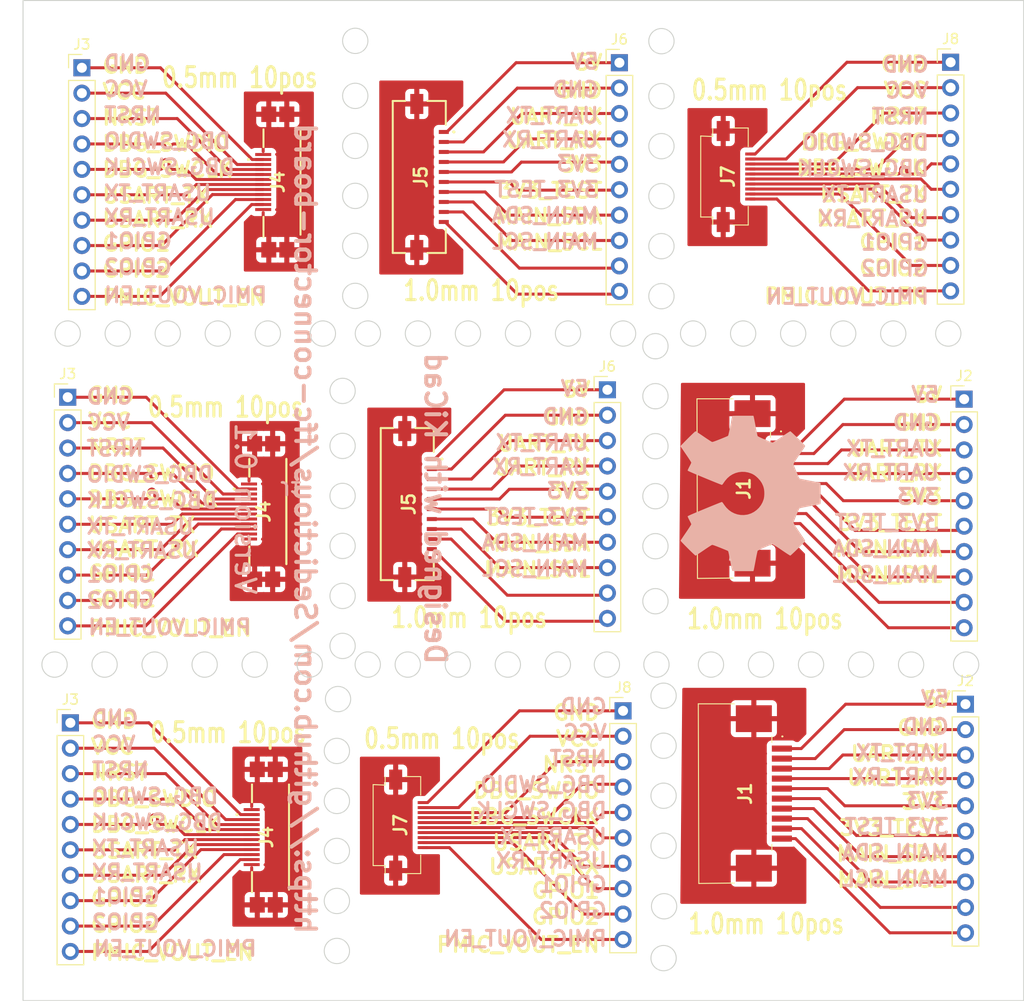
<source format=kicad_pcb>
(kicad_pcb (version 20211014) (generator pcbnew)
  (layers (0 "F.Cu" signal) (31 "B.Cu" signal) (34 "B.Paste" user) (35 "F.Paste" user) (36 "B.SilkS" user "B.Silkscreen") (37 "F.SilkS" user "F.Silkscreen") (38 "B.Mask" user) (39 "F.Mask" user) (44 "Edge.Cuts" user))
  (net 0 "")
  (net 1 "Net-(J1-Pad1)")
  (net 2 "Net-(J1-Pad2)")
  (net 3 "Net-(J1-Pad3)")
  (net 4 "Net-(J1-Pad4)")
  (net 5 "Net-(J1-Pad5)")
  (net 6 "Net-(J1-Pad6)")
  (net 7 "Net-(J1-Pad7)")
  (net 8 "Net-(J1-Pad8)")
  (net 9 "Net-(J1-Pad9)")
  (net 10 "Net-(J1-Pad10)")
  (net 11 "GND")
  (net 12 "Net-(J3-Pad1)")
  (net 13 "Net-(J3-Pad2)")
  (net 14 "Net-(J3-Pad3)")
  (net 15 "Net-(J3-Pad4)")
  (net 16 "Net-(J3-Pad5)")
  (net 17 "Net-(J3-Pad6)")
  (net 18 "Net-(J3-Pad7)")
  (net 19 "Net-(J3-Pad8)")
  (net 20 "Net-(J3-Pad9)")
  (net 21 "Net-(J3-Pad10)")
  (net 22 "Net-(J5-Pad1)")
  (net 23 "Net-(J5-Pad2)")
  (net 24 "Net-(J5-Pad3)")
  (net 25 "Net-(J5-Pad4)")
  (net 26 "Net-(J5-Pad5)")
  (net 27 "Net-(J5-Pad6)")
  (net 28 "Net-(J5-Pad7)")
  (net 29 "Net-(J5-Pad8)")
  (net 30 "Net-(J5-Pad9)")
  (net 31 "Net-(J5-Pad10)")
  (net 32 "Net-(J7-Pad1)")
  (net 33 "Net-(J7-Pad2)")
  (net 34 "Net-(J7-Pad3)")
  (net 35 "Net-(J7-Pad4)")
  (net 36 "Net-(J7-Pad5)")
  (net 37 "Net-(J7-Pad6)")
  (net 38 "Net-(J7-Pad7)")
  (net 39 "Net-(J7-Pad8)")
  (net 40 "Net-(J7-Pad9)")
  (net 41 "Net-(J7-Pad10)")
  (footprint "Library:2004850710" (layer "F.Cu") (at 97.68 57.35 90)
    (fp_text reference "J4")
    (fp_text value "200485-0710" hide)
  )
  (footprint "Connector_PinHeader_2.54mm:PinHeader_1x10_P2.54mm_Vertical" (layer "F.Cu") (at 77.68 45.925)
    (fp_text reference "J3")
    (fp_text value "Conn_01x10_Male")
  )
  (footprint "Connector_PinHeader_2.54mm:PinHeader_1x10_P2.54mm_Vertical" (layer "F.Cu") (at 165.984897 109.56)
    (fp_text reference "J2")
    (fp_text value "Conn_01x10_Male")
  )
  (footprint "Connector_PinHeader_2.54mm:PinHeader_1x10_P2.54mm_Vertical" (layer "F.Cu") (at 76.265089 78.87)
    (fp_text reference "J3")
    (fp_text value "Conn_01x10_Male")
  )
  (footprint "Connector_PinHeader_2.54mm:PinHeader_1x10_P2.54mm_Vertical" (layer "F.Cu") (at 76.53 111.425)
    (fp_text reference "J3")
    (fp_text value "Conn_01x10_Male")
  )
  (footprint "Connector_PinHeader_2.54mm:PinHeader_1x10_P2.54mm_Vertical" (layer "F.Cu") (at 164.5 45.375)
    (fp_text reference "J8")
    (fp_text value "Conn_01x10_Male")
  )
  (footprint "Library:2004850710" (layer "F.Cu") (at 96.265089 90.295 90)
    (fp_text reference "J4")
    (fp_text value "200485-0710" hide)
  )
  (footprint "Library:5051101092" (layer "F.Cu") (at 142 56.8 -90)
    (fp_text reference "J7")
    (fp_text value "505110-1092" hide)
  )
  (footprint "Connector_PinHeader_2.54mm:PinHeader_1x10_P2.54mm_Vertical" (layer "F.Cu") (at 130.2 78.125)
    (fp_text reference "J6")
    (fp_text value "Conn_01x10_Male")
  )
  (footprint "Library:1849530" (layer "F.Cu") (at 143.35 87.985 -90)
    (fp_text reference "J1")
    (fp_text value "1-84953-0" hide)
  )
  (footprint "Connector_PinHeader_2.54mm:PinHeader_1x10_P2.54mm_Vertical" (layer "F.Cu") (at 165.85 79.06)
    (fp_text reference "J2")
    (fp_text value "Conn_01x10_Male")
  )
  (footprint "Library:2005280100" (layer "F.Cu") (at 110.2 89.55 -90)
    (fp_text reference "J5")
    (fp_text value "200528-0100" hide)
  )
  (footprint "Library:5051101092" (layer "F.Cu") (at 109.264911 121.65 -90)
    (fp_text reference "J7")
    (fp_text value "505110-1092" hide)
  )
  (footprint "Library:2005280100" (layer "F.Cu") (at 111.4 56.845 -90)
    (fp_text reference "J5")
    (fp_text value "200528-0100" hide)
  )
  (footprint "Library:2004850710" (layer "F.Cu") (at 96.53 122.85 90)
    (fp_text reference "J4")
    (fp_text value "200485-0710" hide)
  )
  (footprint "Library:1849530" (layer "F.Cu") (at 143.484897 118.485 -90)
    (fp_text reference "J1")
    (fp_text value "1-84953-0" hide)
  )
  (footprint "Connector_PinHeader_2.54mm:PinHeader_1x10_P2.54mm_Vertical" (layer "F.Cu") (at 131.4 45.42)
    (fp_text reference "J6")
    (fp_text value "Conn_01x10_Male")
  )
  (footprint "Connector_PinHeader_2.54mm:PinHeader_1x10_P2.54mm_Vertical" (layer "F.Cu") (at 131.764911 110.225)
    (fp_text reference "J8")
    (fp_text value "Conn_01x10_Male")
  )
  (footprint "FOSS:OSHW" (layer "B.Cu") (at 141 88.5 90)
    (fp_text reference "G***" hide)
    (fp_text value "LOGO" hide)
  )
  (gr_circle (center 153.764911 72.5) (end 153.364911 73.7) (layer "Edge.Cuts") (width 0.1) (fill none))
  (gr_circle (center 105 43.235089) (end 106.2 43.635089) (layer "Edge.Cuts") (width 0.1) (fill none))
  (gr_circle (center 135.6 58.764911) (end 136.8 59.164911) (layer "Edge.Cuts") (width 0.1) (fill none))
  (gr_circle (center 100.45 105.6) (end 100.05 106.8) (layer "Edge.Cuts") (width 0.1) (fill none))
  (gr_circle (center 135.814911 113.714911) (end 134.614911 113.314911) (layer "Edge.Cuts") (width 0.1) (fill none))
  (gr_circle (center 84.95 105.6) (end 84.55 106.8) (layer "Edge.Cuts") (width 0.1) (fill none))
  (gr_circle (center 105 53.735089) (end 106.2 54.135089) (layer "Edge.Cuts") (width 0.1) (fill none))
  (gr_circle (center 164.264911 72.5) (end 163.864911 73.7) (layer "Edge.Cuts") (width 0.1) (fill none))
  (gr_circle (center 81.264911 72.5) (end 80.864911 73.7) (layer "Edge.Cuts") (width 0.1) (fill none))
  (gr_circle (center 135.814911 108.714911) (end 134.614911 108.314911) (layer "Edge.Cuts") (width 0.1) (fill none))
  (gr_circle (center 103.735089 78.235089) (end 104.935089 78.635089) (layer "Edge.Cuts") (width 0.1) (fill none))
  (gr_circle (center 135.6 63.764911) (end 136.8 64.164911) (layer "Edge.Cuts") (width 0.1) (fill none))
  (gr_circle (center 115.25 105.6) (end 114.85 106.8) (layer "Edge.Cuts") (width 0.1) (fill none))
  (gr_rect (start 71.8 39.2) (end 171.8 139.2) (layer "Edge.Cuts") (width 0.1) (fill none))
  (gr_circle (center 74.95 105.6) (end 74.55 106.8) (layer "Edge.Cuts") (width 0.1) (fill none))
  (gr_circle (center 158.764911 72.5) (end 158.364911 73.7) (layer "Edge.Cuts") (width 0.1) (fill none))
  (gr_circle (center 103.735089 93.735089) (end 104.935089 94.135089) (layer "Edge.Cuts") (width 0.1) (fill none))
  (gr_circle (center 106.264911 72.5) (end 105.864911 73.7) (layer "Edge.Cuts") (width 0.1) (fill none))
  (gr_circle (center 96.264911 72.5) (end 95.864911 73.7) (layer "Edge.Cuts") (width 0.1) (fill none))
  (gr_circle (center 135.1 105.6) (end 134.7 106.8) (layer "Edge.Cuts") (width 0.1) (fill none))
  (gr_circle (center 103.735089 83.735089) (end 104.935089 84.135089) (layer "Edge.Cuts") (width 0.1) (fill none))
  (gr_circle (center 135 88.764911) (end 133.8 88.364911) (layer "Edge.Cuts") (width 0.1) (fill none))
  (gr_circle (center 143.764911 72.5) (end 143.364911 73.7) (layer "Edge.Cuts") (width 0.1) (fill none))
  (gr_circle (center 103.279822 109.05) (end 104.479822 109.45) (layer "Edge.Cuts") (width 0.1) (fill none))
  (gr_circle (center 106.25 105.6) (end 105.85 106.8) (layer "Edge.Cuts") (width 0.1) (fill none))
  (gr_circle (center 110.25 105.6) (end 109.85 106.8) (layer "Edge.Cuts") (width 0.1) (fill none))
  (gr_circle (center 105 58.735089) (end 106.2 59.135089) (layer "Edge.Cuts") (width 0.1) (fill none))
  (gr_circle (center 111.264911 72.5) (end 110.864911 73.7) (layer "Edge.Cuts") (width 0.1) (fill none))
  (gr_circle (center 166.05 105.6) (end 165.65 106.8) (layer "Edge.Cuts") (width 0.1) (fill none))
  (gr_circle (center 79.95 105.6) (end 79.55 106.8) (layer "Edge.Cuts") (width 0.1) (fill none))
  (gr_circle (center 135 78.764911) (end 133.8 78.364911) (layer "Edge.Cuts") (width 0.1) (fill none))
  (gr_circle (center 138.764911 72.5) (end 138.364911 73.7) (layer "Edge.Cuts") (width 0.1) (fill none))
  (gr_circle (center 135.864911 129.764911) (end 134.664911 129.364911) (layer "Edge.Cuts") (width 0.1) (fill none))
  (gr_circle (center 135 99.264911) (end 133.8 98.864911) (layer "Edge.Cuts") (width 0.1) (fill none))
  (gr_circle (center 135.6 43.264911) (end 136.8 43.664911) (layer "Edge.Cuts") (width 0.1) (fill none))
  (gr_circle (center 135.6 68.764911) (end 136.8 69.164911) (layer "Edge.Cuts") (width 0.1) (fill none))
  (gr_circle (center 94.95 105.6) (end 94.55 106.8) (layer "Edge.Cuts") (width 0.1) (fill none))
  (gr_circle (center 135.6 53.764911) (end 136.8 54.164911) (layer "Edge.Cuts") (width 0.1) (fill none))
  (gr_circle (center 103.164911 114.235089) (end 104.364911 114.635089) (layer "Edge.Cuts") (width 0.1) (fill none))
  (gr_circle (center 121.264911 72.5) (end 120.864911 73.7) (layer "Edge.Cuts") (width 0.1) (fill none))
  (gr_circle (center 91.264911 72.5) (end 90.864911 73.7) (layer "Edge.Cuts") (width 0.1) (fill none))
  (gr_circle (center 86.264911 72.5) (end 85.864911 73.7) (layer "Edge.Cuts") (width 0.1) (fill none))
  (gr_circle (center 105 48.735089) (end 106.2 49.135089) (layer "Edge.Cuts") (width 0.1) (fill none))
  (gr_circle (center 148.764911 72.5) (end 148.364911 73.7) (layer "Edge.Cuts") (width 0.1) (fill none))
  (gr_circle (center 150.55 105.6) (end 150.15 106.8) (layer "Edge.Cuts") (width 0.1) (fill none))
  (gr_circle (center 135.814911 118.714911) (end 134.614911 118.314911) (layer "Edge.Cuts") (width 0.1) (fill none))
  (gr_circle (center 105 68.735089) (end 106.2 69.135089) (layer "Edge.Cuts") (width 0.1) (fill none))
  (gr_circle (center 103.164911 134.235089) (end 104.364911 134.635089) (layer "Edge.Cuts") (width 0.1) (fill none))
  (gr_circle (center 105 63.735089) (end 106.2 64.135089) (layer "Edge.Cuts") (width 0.1) (fill none))
  (gr_circle (center 103.735089 88.735089) (end 104.935089 89.135089) (layer "Edge.Cuts") (width 0.1) (fill none))
  (gr_circle (center 116.264911 72.5) (end 115.864911 73.7) (layer "Edge.Cuts") (width 0.1) (fill none))
  (gr_circle (center 89.95 105.6) (end 89.55 106.8) (layer "Edge.Cuts") (width 0.1) (fill none))
  (gr_circle (center 120.25 105.6) (end 119.85 106.8) (layer "Edge.Cuts") (width 0.1) (fill none))
  (gr_circle (center 126.264911 72.5) (end 125.864911 73.7) (layer "Edge.Cuts") (width 0.1) (fill none))
  (gr_circle (center 103.735089 98.735089) (end 104.935089 99.135089) (layer "Edge.Cuts") (width 0.1) (fill none))
  (gr_circle (center 135.6 48.764911) (end 136.8 49.164911) (layer "Edge.Cuts") (width 0.1) (fill none))
  (gr_circle (center 135 93.764911) (end 133.8 93.364911) (layer "Edge.Cuts") (width 0.1) (fill none))
  (gr_circle (center 135 83.764911) (end 133.8 83.364911) (layer "Edge.Cuts") (width 0.1) (fill none))
  (gr_circle (center 140.55 105.6) (end 140.15 106.8) (layer "Edge.Cuts") (width 0.1) (fill none))
  (gr_circle (center 103.164911 124.235089) (end 104.364911 124.635089) (layer "Edge.Cuts") (width 0.1) (fill none))
  (gr_circle (center 131.764911 72.5) (end 131.364911 73.7) (layer "Edge.Cuts") (width 0.1) (fill none))
  (gr_circle (center 155.55 105.6) (end 155.15 106.8) (layer "Edge.Cuts") (width 0.1) (fill none))
  (gr_circle (center 76.264911 72.5) (end 75.864911 73.7) (layer "Edge.Cuts") (width 0.1) (fill none))
  (gr_circle (center 160.55 105.6) (end 160.15 106.8) (layer "Edge.Cuts") (width 0.1) (fill none))
  (gr_circle (center 103.735089 103.735089) (end 104.935089 104.135089) (layer "Edge.Cuts") (width 0.1) (fill none))
  (gr_circle (center 101.764911 72.5) (end 101.364911 73.7) (layer "Edge.Cuts") (width 0.1) (fill none))
  (gr_circle (center 145.55 105.6) (end 145.15 106.8) (layer "Edge.Cuts") (width 0.1) (fill none))
  (gr_circle (center 103.164911 129.235089) (end 104.364911 129.635089) (layer "Edge.Cuts") (width 0.1) (fill none))
  (gr_circle (center 135.814911 134.95) (end 135.414911 136.15) (layer "Edge.Cuts") (width 0.1) (fill none))
  (gr_circle (center 135 73.764911) (end 133.8 73.364911) (layer "Edge.Cuts") (width 0.1) (fill none))
  (gr_circle (center 135.814911 123.714911) (end 134.614911 123.314911) (layer "Edge.Cuts") (width 0.1) (fill none))
  (gr_circle (center 130.15 105.6) (end 129.75 106.8) (layer "Edge.Cuts") (width 0.1) (fill none))
  (gr_circle (center 125.25 105.6) (end 124.85 106.8) (layer "Edge.Cuts") (width 0.1) (fill none))
  (gr_circle (center 103.164911 119.235089) (end 104.364911 119.635089) (layer "Edge.Cuts") (width 0.1) (fill none))
  (gr_text "Designed with KiCad" (at 113 90 270) (layer "B.SilkS") (effects (font (size 2 2) (thickness 0.4)) (justify mirror)))
  (gr_text "GND" (at 162 111.8) (layer "B.SilkS") (effects (font (size 1.5 1.5) (thickness 0.3)) (justify mirror)))
  (gr_text "5V" (at 161.964286 78.6) (layer "B.SilkS") (effects (font (size 1.5 1.5) (thickness 0.3)) (justify mirror)))
  (gr_text "VCC" (at 80.864197 113.55) (layer "B.SilkS") (effects (font (size 1.5 1.5) (thickness 0.3)) (justify mirror)))
  (gr_text "3V3_TEST" (at 123.107143 90.8) (layer "B.SilkS") (effects (font (size 1.5 1.5) (thickness 0.3)) (justify mirror)))
  (gr_text "USART_RX\n" (at 156.792857 61) (layer "B.SilkS") (effects (font (size 1.5 1.5) (thickness 0.3)) (justify mirror)))
  (gr_text "https://github.com/Sedictious/ffc-connector-board" (at 100 92 270) (layer "B.SilkS") (effects (font (size 2 2) (thickness 0.4)) (justify mirror)))
  (gr_text "3V3" (at 126.214286 88.2) (layer "B.SilkS") (effects (font (size 1.5 1.5) (thickness 0.3)) (justify mirror)))
  (gr_text "DBG_SWDIO\n" (at 84.464286 86.6) (layer "B.SilkS") (effects (font (size 1.5 1.5) (thickness 0.3)) (justify mirror)))
  (gr_text "5V" (at 127.928572 45.295) (layer "B.SilkS") (effects (font (size 1.5 1.5) (thickness 0.3)) (justify mirror)))
  (gr_text "MAIN_SCL" (at 159 127) (layer "B.SilkS") (effects (font (size 1.5 1.5) (thickness 0.3)) (justify mirror)))
  (gr_text "GPIO2" (at 158.935714 66) (layer "B.SilkS") (effects (font (size 1.5 1.5) (thickness 0.3)) (justify mirror)))
  (gr_text "GPIO1" (at 82.078483 128.75) (layer "B.SilkS") (effects (font (size 1.5 1.5) (thickness 0.3)) (justify mirror)))
  (gr_text "DBG_SWCLK" (at 85.22134 121.35) (layer "B.SilkS") (effects (font (size 1.5 1.5) (thickness 0.3)) (justify mirror)))
  (gr_text "GND" (at 127.821429 109.8) (layer "B.SilkS") (effects (font (size 1.5 1.5) (thickness 0.3)) (justify mirror)))
  (gr_text "J1" (at 98.586428 87.955 -180) (layer "B.SilkS") (effects (font (size 1.27 1.27) (thickness 0.254)) (justify mirror)))
  (gr_text "PMIC_VOUT_EN" (at 122 133) (layer "B.SilkS") (effects (font (size 1.5 1.5) (thickness 0.3)) (justify mirror)))
  (gr_text "MAIN_SDA" (at 158 94) (layer "B.SilkS") (effects (font (size 1.5 1.5) (thickness 0.3)) (justify mirror)))
  (gr_text "3V3_TEST" (at 124.107143 58.095) (layer "B.SilkS") (effects (font (size 1.5 1.5) (thickness 0.3)) (justify mirror)))
  (gr_text "MAIN_SCL" (at 124 63.295) (layer "B.SilkS") (effects (font (size 1.5 1.5) (thickness 0.3)) (justify mirror)))
  (gr_text "VCC" (at 160.15 48.2) (layer "B.SilkS") (effects (font (size 1.5 1.5) (thickness 0.3)) (justify mirror)))
  (gr_text "UART_RX\n" (at 158.535714 86.4) (layer "B.SilkS") (effects (font (size 1.5 1.5) (thickness 0.3)) (justify mirror)))
  (gr_text "VCC" (at 127.964286 112.4) (layer "B.SilkS") (effects (font (size 1.5 1.5) (thickness 0.3)) (justify mirror)))
  (gr_text "5V" (at 162.928572 109) (layer "B.SilkS") (effects (font (size 1.5 1.5) (thickness 0.3)) (justify mirror)))
  (gr_text "GPIO2" (at 83.293571 65.85) (layer "B.SilkS") (effects (font (size 1.5 1.5) (thickness 0.3)) (justify mirror)))
  (gr_text "5V" (at 126.928572 78) (layer "B.SilkS") (effects (font (size 1.5 1.5) (thickness 0.3)) (justify mirror)))
  (gr_text "UART_TX\n" (at 123.678572 83.4) (layer "B.SilkS") (effects (font (size 1.5 1.5) (thickness 0.3)) (justify mirror)))
  (gr_text "GPIO1" (at 126.75 127.6) (layer "B.SilkS") (effects (font (size 1.5 1.5) (thickness 0.3)) (justify mirror)))
  (gr_text "GPIO2" (at 126.75 130.2) (layer "B.SilkS") (effects (font (size 1.5 1.5) (thickness 0.3)) (justify mirror)))
  (gr_text "USART_RX\n" (at 84.22134 126.35) (layer "B.SilkS") (effects (font (size 1.5 1.5) (thickness 0.3)) (justify mirror)))
  (gr_text "UART_RX\n" (at 159.5 116.8) (layer "B.SilkS") (effects (font (size 1.5 1.5) (thickness 0.3)) (justify mirror)))
  (gr_text "UART_TX\n" (at 158.714286 84) (layer "B.SilkS") (effects (font (size 1.5 1.5) (thickness 0.3)) (justify mirror)))
  (gr_text "NRST\n" (at 82.757857 50.65) (layer "B.SilkS") (effects (font (size 1.5 1.5) (thickness 0.3)) (justify mirror)))
  (gr_text "USART_TX\n" (at 85.257857 58.45) (layer "B.SilkS") (effects (font (size 1.5 1.5) (thickness 0.3)) (justify mirror)))
  (gr_text "NRST\n" (at 127.285715 115) (layer "B.SilkS") (effects (font (size 1.5 1.5) (thickness 0.3)) (justify mirror)))
  (gr_text "UART_TX\n" (at 159.678572 114.4) (layer "B.SilkS") (effects (font (size 1.5 1.5) (thickness 0.3)) (justify mirror)))
  (gr_text "DBG_SWCLK" (at 86.436428 55.85) (layer "B.SilkS") (effects (font (size 1.5 1.5) (thickness 0.3)) (justify mirror)))
  (gr_text "MAIN_SDA" (at 123.964286 60.695) (layer "B.SilkS") (effects (font (size 1.5 1.5) (thickness 0.3)) (justify mirror)))
  (gr_text "GPIO1" (at 83.293571 63.25) (layer "B.SilkS") (effects (font (size 1.5 1.5) (thickness 0.3)) (justify mirror)))
  (gr_text "USART_RX\n" (at 83.678572 94.2) (layer "B.SilkS") (effects (font (size 1.5 1.5) (thickness 0.3)) (justify mirror)))
  (gr_text "3V3" (at 161.25 88.8) (layer "B.SilkS") (effects (font (size 1.5 1.5) (thickness 0.3)) (justify mirror)))
  (gr_text "GPIO1" (at 81.535715 96.6) (layer "B.SilkS") (effects (font (size 1.5 1.5) (thickness 0.3)) (justify mirror)))
  (gr_text "USART_RX\n" (at 85.436428 60.85) (layer "B.SilkS") (effects (font (size 1.5 1.5) (thickness 0.3)) (justify mirror)))
  (gr_text "DBG_SWDIO\n" (at 123.821429 117.6) (layer "B.SilkS") (effects (font (size 1.5 1.5) (thickness 0.3)) (justify mirror)))
  (gr_text "NRST\n" (at 81.542768 116.15) (layer "B.SilkS") (effects (font (size 1.5 1.5) (thickness 0.3)) (justify mirror)))
  (gr_text "DBG_SWCLK" (at 123.607143 120.2) (layer "B.SilkS") (effects (font (size 1.5 1.5) (thickness 0.3)) (justify mirror)))
  (gr_text "UART_TX\n" (at 124.678572 50.695) (layer "B.SilkS") (effects (font (size 1.5 1.5) (thickness 0.3)) (justify mirror)))
  (gr_text "MAIN_SCL" (at 158.035714 96.6) (layer "B.SilkS") (effects (font (size 1.5 1.5) (thickness 0.3)) (justify mirror)))
  (gr_text "DBG_SWDIO\n" (at 86.222143 53.25) (layer "B.SilkS") (effects (font (size 1.5 1.5) (thickness 0.3)) (justify mirror)))
  (gr_text "USART_RX\n" (at 124.607143 125.2) (layer "B.SilkS") (effects (font (size 1.5 1.5) (thickness 0.3)) (justify mirror)))
  (gr_text "GPIO1" (at 158.935714 63.4) (layer "B.SilkS") (effects (font (size 1.5 1.5) (thickness 0.3)) (justify mirror)))
  (gr_text "VCC" (at 82.079285 48.05) (layer "B.SilkS") (effects (font (size 1.5 1.5) (thickness 0.3)) (justify mirror)))
  (gr_text "UART_RX\n" (at 124.5 53.095) (layer "B.SilkS") (effects (font (size 1.5 1.5) (thickness 0.3)) (justify mirror)))
  (gr_text "GND" (at 161.035714 81.4) (layer "B.SilkS") (effects (font (size 1.5 1.5) (thickness 0.3)) (justify mirror)))
  (gr_text "Version 0.1" (at 94 90 270) (layer "B.SilkS") (effects (font (size 2 2) (thickness 0.3)) (justify mirror)))
  (gr_text "DBG_SWDIO\n" (at 156.007143 53.4) (layer "B.SilkS") (effects (font (size 1.5 1.5) (thickness 0.3)) (justify mirror)))
  (gr_text "DBG_SWCLK" (at 155.792857 56) (layer "B.SilkS") (effects (font (size 1.5 1.5) (thickness 0.3)) (justify mirror)))
  (gr_text "PMIC_VOUT_EN" (at 154.185714 68.8) (layer "B.SilkS") (effects (font (size 1.5 1.5) (thickness 0.3)) (justify mirror)))
  (gr_text "USART_TX\n" (at 156.971429 58.6) (layer "B.SilkS") (effects (font (size 1.5 1.5) (thickness 0.3)) (justify mirror)))
  (gr_text "3V3_TEST" (at 158.142857 91.4) (layer "B.SilkS") (effects (font (size 1.5 1.5) (thickness 0.3)) (justify mirror)))
  (gr_text "DBG_SWCLK" (at 84.678572 89.2) (layer "B.SilkS") (effects (font (size 1.5 1.5) (thickness 0.3)) (justify mirror)))
  (gr_text "GND" (at 80.464286 78.8) (layer "B.SilkS") (effects (font (size 1.5 1.5) (thickness 0.3)) (justify mirror)))
  (gr_text "PMIC_VOUT_EN" (at 88.043571 68.65) (layer "B.SilkS") (effects (font (size 1.5 1.5) (thickness 0.3)) (justify mirror)))
  (gr_text "UART_RX\n" (at 123.5 85.8) (layer "B.SilkS") (effects (font (size 1.5 1.5) (thickness 0.3)) (justify mirror)))
  (gr_text "3V3_TEST" (at 159.107143 121.8) (layer "B.SilkS") (effects (font (size 1.5 1.5) (thickness 0.3)) (justify mirror)))
  (gr_text "NRST\n" (at 159.471429 50.8) (layer "B.SilkS") (effects (font (size 1.5 1.5) (thickness 0.3)) (justify mirror)))
  (gr_text "GND" (at 82.222143 45.45) (layer "B.SilkS") (effects (font (size 1.5 1.5) (thickness 0.3)) (justify mirror)))
  (gr_text "GND" (at 81.007054 110.95) (layer "B.SilkS") (effects (font (size 1.5 1.5) (thickness 0.3)) (justify mirror)))
  (gr_text "GPIO2" (at 82.078483 131.35) (layer "B.SilkS") (effects (font (size 1.5 1.5) (thickness 0.3)) (justify mirror)))
  (gr_text "GPIO2" (at 81.535715 99.2) (layer "B.SilkS") (effects (font (size 1.5 1.5) (thickness 0.3)) (justify mirror)))
  (gr_text "GND" (at 127 48.095) (layer "B.SilkS") (effects (font (size 1.5 1.5) (thickness 0.3)) (justify mirror)))
  (gr_text "PMIC_VOUT_EN" (at 86.457232 101.85) (layer "B.SilkS") (effects (font (size 1.5 1.5) (thickness 0.3)) (justify mirror)))
  (gr_text "PMIC_VOUT_EN" (at 87 134) (layer "B.SilkS") (effects (font (size 1.5 1.5) (thickness 0.3)) (justify mirror)))
  (gr_text "3V3" (at 127.214286 55.495) (layer "B.SilkS") (effects (font (size 1.5 1.5) (thickness 0.3)) (justify mirror)))
  (gr_text "MAIN_SDA" (at 158.964286 124.4) (layer "B.SilkS") (effects (font (size 1.5 1.5) (thickness 0.3)) (justify mirror)))
  (gr_text "MAIN_SDA" (at 122.964286 93.4) (layer "B.SilkS") (effects (font (size 1.5 1.5) (thickness 0.3)) (justify mirror)))
  (gr_text "VCC" (at 80.321429 81.4) (layer "B.SilkS") (effects (font (size 1.5 1.5) (thickness 0.3)) (justify mirror)))
  (gr_text "NRST\n" (at 81 84) (layer "B.SilkS") (effects (font (size 1.5 1.5) (thickness 0.3)) (justify mirror)))
  (gr_text "DBG_SWDIO\n" (at 85.007054 118.75) (layer "B.SilkS") (effects (font (size 1.5 1.5) (thickness 0.3)) (justify mirror)))
  (gr_text "3V3" (at 162.214286 119.2) (layer "B.SilkS") (effects (font (size 1.5 1.5) (thickness 0.3)) (justify mirror)))
  (gr_text "GND" (at 126 80.8) (layer "B.SilkS") (effects (font (size 1.5 1.5) (thickness 0.3)) (justify mirror)))
  (gr_text "USART_TX\n" (at 83.5 91.8) (layer "B.SilkS") (effects (font (size 1.5 1.5) (thickness 0.3)) (justify mirror)))
  (gr_text "MAIN_SCL" (at 123 96) (layer "B.SilkS") (effects (font (size 1.5 1.5) (thickness 0.3)) (justify mirror)))
  (gr_text "USART_TX\n" (at 124.785715 122.8) (layer "B.SilkS") (effects (font (size 1.5 1.5) (thickness 0.3)) (justify mirror)))
  (gr_text "GND" (at 160.007143 45.6) (layer "B.SilkS") (effects (font (size 1.5 1.5) (thickness 0.3)) (justify mirror)))
  (gr_text "USART_TX\n" (at 84.042768 123.95) (layer "B.SilkS") (effects (font (size 1.5 1.5) (thickness 0.3)) (justify mirror)))
  (gr_text "USART_RX\n" (at 85.265 61.105) (layer "F.SilkS") (effects (font (size 1.5 1.5) (thickness 0.3))))
  (gr_text "DBG_SWDIO\n" (at 84.635803 86.45) (layer "F.SilkS") (effects (font (size 1.5 1.5) (thickness 0.3))))
  (gr_text "GND" (at 126.185714 80.905) (layer "F.SilkS") (effects (font (size 1.5 1.5) (thickness 0.3))))
  (gr_text "USART_RX\n" (at 84.115 126.605) (layer "F.SilkS") (effects (font (size 1.5 1.5) (thickness 0.3))))
  (gr_text "1.0mm 10pos" (at 145.95 101.025) (layer "F.SilkS") (effects (font (size 2 1.5) (thickness 0.3))))
  (gr_text "NRST\n" (at 81.436428 116.405) (layer "F.SilkS") (effects (font (size 1.5 1.5) (thickness 0.3))))
  (gr_text "GPIO1" (at 81.972143 129.005) (layer "F.SilkS") (effects (font (size 1.5 1.5) (thickness 0.3))))
  (gr_text "DBG_SWDIO\n" (at 84.900714 119.005) (layer "F.SilkS") (effects (font (size 1.5 1.5) (thickness 0.3))))
  (gr_text "GND" (at 80.900714 111.205) (layer "F.SilkS") (effects (font (size 1.5 1.5) (thickness 0.3))))
  (gr_text "VCC" (at 127.243483 113.005) (layer "F.SilkS") (effects (font (size 1.5 1.5) (thickness 0.3))))
  (gr_text "1.0mm 10pos" (at 146.084897 131.525) (layer "F.SilkS") (effects (font (size 2 1.5) (thickness 0.3))))
  (gr_text "1.0mm 10pos" (at 117.6 68.2) (layer "F.SilkS") (effects (font (size 2 1.5) (thickness 0.3))))
  (gr_text "VCC" (at 159.978572 48.155) (layer "F.SilkS") (effects (font (size 1.5 1.5) (thickness 0.3))))
  (gr_text "3V3" (at 127.6 55.6) (layer "F.SilkS") (effects (font (size 1.5 1.5) (thickness 0.3))))
  (gr_text "1.0mm 10pos" (at 116.4 100.905) (layer "F.SilkS") (effects (font (size 2 1.5) (thickness 0.3))))
  (gr_text "DBG_SWCLK" (at 85.115 121.605) (layer "F.SilkS") (effects (font (size 1.5 1.5) (thickness 0.3))))
  (gr_text "DBG_SWCLK" (at 84.850089 89.05) (layer "F.SilkS") (effects (font (size 1.5 1.5) (thickness 0.3))))
  (gr_text "MAIN_SDA" (at 158.314286 94.025) (layer "F.SilkS") (effects (font (size 1.5 1.5) (thickness 0.3))))
  (gr_text "GND" (at 161.35 81.425) (layer "F.SilkS") (effects (font (size 1.5 1.5) (thickness 0.3))))
  (gr_text "5V" (at 162.278572 78.625) (layer "F.SilkS") (effects (font (size 1.5 1.5) (thickness 0.3))))
  (gr_text "GND" (at 159.835714 45.555) (layer "F.SilkS") (effects (font (size 1.5 1.5) (thickness 0.3))))
  (gr_text "0.5mm 10pos" (at 92.050089 79.85) (layer "F.SilkS") (effects (font (size 2 1.5) (thickness 0.3))))
  (gr_text "GND" (at 161.484897 111.925) (layer "F.SilkS") (effects (font (size 1.5 1.5) (thickness 0.3))))
  (gr_text "3V3_TEST" (at 158.59204 121.925) (layer "F.SilkS") (effects (font (size 1.5 1.5) (thickness 0.3))))
  (gr_text "VCC" (at 80.757857 113.805) (layer "F.SilkS") (effects (font (size 1.5 1.5) (thickness 0.3))))
  (gr_text "MAIN_SCL" (at 124.385714 63.4) (layer "F.SilkS") (effects (font (size 1.5 1.5) (thickness 0.3))))
  (gr_text "USART_TX\n" (at 124.064911 123.405) (layer "F.SilkS") (effects (font (size 1.5 1.5) (thickness 0.3))))
  (gr_text "MAIN_SCL" (at 158.35 96.625) (layer "F.SilkS") (effects (font (size 1.5 1.5) (thickness 0.3))))
  (gr_text "NRST\n" (at 81.171517 83.85) (layer "F.SilkS") (effects (font (size 1.5 1.5) (thickness 0.3))))
  (gr_text "UART_TX\n" (at 123.864286 83.505) (layer "F.SilkS") (effects (font (size 1.5 1.5) (thickness 0.3))))
  (gr_text "3V3" (at 126.4 88.305) (layer "F.SilkS") (effects (font (size 1.5 1.5) (thickness 0.3))))
  (gr_text "GPIO2" (at 83.122143 66.105) (layer "F.SilkS") (effects (font (size 1.5 1.5) (thickness 0.3))))
  (gr_text "USART_RX\n" (at 156.621429 60.955) (layer "F.SilkS") (effects (font (size 1.5 1.5) (thickness 0.3))))
  (gr_text "GPIO2" (at 81.972143 131.605) (layer "F.SilkS") (effects (font (size 1.5 1.5) (thickness 0.3))))
  (gr_text "GPIO1" (at 81.707232 96.45) (layer "F.SilkS") (effects (font (size 1.5 1.5) (thickness 0.3))))
  (gr_text "PMIC_VOUT_EN" (at 87.872143 68.905) (layer "F.SilkS") (effects (font (size 1.5 1.5) (thickness 0.3))))
  (gr_text "GND" (at 82.050714 45.705) (layer "F.SilkS") (effects (font (size 1.5 1.5) (thickness 0.3))))
  (gr_text "UART_RX\n" (at 158.984897 116.925) (layer "F.SilkS") (effects (font (size 1.5 1.5) (thickness 0.3))))
  (gr_text "GND" (at 80.635803 78.65) (layer "F.SilkS") (effects (font (size 1.5 1.5) (thickness 0.3))))
  (gr_text "GPIO1" (at 83.122143 63.505) (layer "F.SilkS") (effects (font (size 1.5 1.5) (thickness 0.3))))
  (gr_text "UART_RX\n" (at 158.85 86.425) (layer "F.SilkS") (effects (font (size 1.5 1.5) (thickness 0.3))))
  (gr_text "USART_TX\n" (at 85.086428 58.705) (layer "F.SilkS") (effects (font (size 1.5 1.5) (thickness 0.3))))
  (gr_text "PMIC_VOUT_EN" (at 121.279197 133.605) (layer "F.SilkS") (effects (font (size 1.5 1.5) (thickness 0.3))))
  (gr_text "GPIO1" (at 126.029197 128.205) (layer "F.SilkS") (effects (font (size 1.5 1.5) (thickness 0.3))))
  (gr_text "DBG_SWCLK" (at 86.265 56.105) (layer "F.SilkS") (effects (font (size 1.5 1.5) (thickness 0.3))))
  (gr_text "DBG_SWDIO\n" (at 123.100625 118.205) (layer "F.SilkS") (effects (font (size 1.5 1.5) (thickness 0.3))))
  (gr_text "USART_TX\n" (at 83.936428 124.205) (layer "F.SilkS") (effects (font (size 1.5 1.5) (thickness 0.3))))
  (gr_text "0.5mm 10pos" (at 113.664911 113.005) (layer "F.SilkS") (effects (font (size 2 1.5) (thickness 0.3))))
  (gr_text "VCC" (at 80.492946 81.25) (layer "F.SilkS") (effects (font (size 1.5 1.5) (thickness 0.3))))
  (gr_text "MAIN_SDA" (at 124.35 60.8) (layer "F.SilkS") (effects (font (size 1.5 1.5) (thickness 0.3))))
  (gr_text "MAIN_SDA" (at 158.449183 124.525) (layer "F.SilkS") (effects (font (size 1.5 1.5) (thickness 0.3))))
  (gr_text "UART_RX\n" (at 124.885714 53.2) (layer "F.SilkS") (effects (font (size 1.5 1.5) (thickness 0.3))))
  (gr_text "GPIO1" (at 158.764286 63.355) (layer "F.SilkS") (effects (font (size 1.5 1.5) (thickness 0.3))))
  (gr_text "UART_TX\n" (at 159.028572 84.025) (layer "F.SilkS") (effects (font (size 1.5 1.5) (thickness 0.3))))
  (gr_text "GPIO2" (at 81.707232 99.05) (layer "F.SilkS") (effects (font (size 1.5 1.5) (thickness 0.3))))
  (gr_text "DBG_SWCLK" (at 155.621429 55.955) (layer "F.SilkS") (effects (font (size 1.5 1.5) (thickness 0.3))))
  (gr_text "UART_TX\n" (at 159.163469 114.525) (layer "F.SilkS") (effects (font (size 1.5 1.5) (thickness 0.3))))
  (gr_text "3V3" (at 161.564286 88.825) (layer "F.SilkS") (effects (font (size 1.5 1.5) (thickness 0.3))))
  (gr_text "MAIN_SDA" (at 123.15 93.505) (layer "F.SilkS") (effects (font (size 1.5 1.5) (thickness 0.3))))
  (gr_text "5V" (at 128.314286 45.4) (layer "F.SilkS") (effects (font (size 1.5 1.5) (thickness 0.3))))
  (gr_text "MAIN_SCL" (at 158.484897 127.125) (layer "F.SilkS") (effects (font (size 1.5 1.5) (thickness 0.3))))
  (gr_text "USART_TX\n" (at 156.8 58.555) (layer "F.SilkS") (effects (font (size 1.5 1.5) (thickness 0.3))))
  (gr_text "GND" (at 127.100625 110.405) (layer "F.SilkS") (effects (font (size 1.5 1.5) (thickness 0.3))))
  (gr_text "0.5mm 10pos" (at 93.465 46.905) (layer "F.SilkS") (effects (font (size 2 1.5) (thickness 0.3))))
  (gr_text "GND" (at 127.385714 48.2) (layer "F.SilkS") (effects (font (size 1.5 1.5) (thickness 0.3))))
  (gr_text "MAIN_SCL" (at 123.185714 96.105) (layer "F.SilkS") (effects (font (size 1.5 1.5) (thickness 0.3))))
  (gr_text "5V" (at 127.114286 78.105) (layer "F.SilkS") (effects (font (size 1.5 1.5) (thickness 0.3))))
  (gr_text "NRST\n" (at 82.586428 50.905) (layer "F.SilkS") (effects (font (size 1.5 1.5) (thickness 0.3))))
  (gr_text "GPIO2" (at 158.764286 65.955) (layer "F.SilkS") (effects (font (size 1.5 1.5) (thickness 0.3))))
  (gr_text "UART_RX\n" (at 123.685714 85.905) (layer "F.SilkS") (effects (font (size 1.5 1.5) (thickness 0.3))))
  (gr_text "USART_RX\n" (at 123.88634 125.805) (layer "F.SilkS") (effects (font (size 1.5 1.5) (thickness 0.3))))
  (gr_text "3V3_TEST" (at 123.292857 90.905) (layer "F.SilkS") (effects (font (size 1.5 1.5) (thickness 0.3))))
  (gr_text "USART_RX\n" (at 83.850089 94.05) (layer "F.SilkS") (effects (font (size 1.5 1.5) (thickness 0.3))))
  (gr_text "DBG_SWDIO\n" (at 155.835714 53.355) (layer "F.SilkS") (effects (font (size 1.5 1.5) (thickness 0.3))))
  (gr_text "0.5mm 10pos" (at 92.315 112.405) (layer "F.SilkS") (effects (font (size 2 1.5) (thickness 0.3))))
  (gr_text "VCC" (at 81.907857 48.305) (layer "F.SilkS") (effects (font (size 1.5 1.5) (thickness 0.3))))
  (gr_text "DBG_SWDIO\n" (at 86.050714 53.505) (layer "F.SilkS") (effects (font (size 1.5 1.5) (thickness 0.3))))
  (gr_text "NRST\n" (at 159.3 50.755) (layer "F.SilkS") (effects (font (size 1.5 1.5) (thickness 0.3))))
  (gr_text "UART_TX\n" (at 125.064286 50.8) (layer "F.SilkS") (effects (font (size 1.5 1.5) (thickness 0.3))))
  (gr_text "GPIO2" (at 126.029197 130.805) (layer "F.SilkS") (effects (font (size 1.5 1.5) (thickness 0.3))))
  (gr_text "PMIC_VOUT_EN" (at 86.722143 134.405) (layer "F.SilkS") (effects (font (size 1.5 1.5) (thickness 0.3))))
  (gr_text "NRST\n" (at 126.564911 115.605) (layer "F.SilkS") (effects (font (size 1.5 1.5) (thickness 0.3))))
  (gr_text "DBG_SWCLK" (at 122.88634 120.805) (layer "F.SilkS") (effects (font (size 1.5 1.5) (thickness 0.3))))
  (gr_text "PMIC_VOUT_EN" (at 154.014286 68.755) (layer "F.SilkS") (effects (font (size 1.5 1.5) (thickness 0.3))))
  (gr_text "3V3" (at 161.699183 119.325) (layer "F.SilkS") (effects (font (size 1.5 1.5) (thickness 0.3))))
  (gr_text "5V" (at 163.128572 109.125) (layer "F.SilkS") (effects (font (size 1.5 1.5) (thickness 0.3))))
  (gr_text "3V3_TEST" (at 158.457143 91.425) (layer "F.SilkS") (effects (font (size 1.5 1.5) (thickness 0.3))))
  (gr_text "PMIC_VOUT_EN" (at 86.5 102) (layer "F.SilkS") (effects (font (size 1.5 1.5) (thickness 0.3))))
  (gr_text "0.5mm 10pos" (at 146.4 48.155) (layer "F.SilkS") (effects (font (size 2 1.5) (thickness 0.3))))
  (gr_text "USART_TX\n" (at 83.671517 91.65) (layer "F.SilkS") (effects (font (size 1.5 1.5) (thickness 0.3))))
  (gr_text "3V3_TEST" (at 124.492857 58.2) (layer "F.SilkS") (effects (font (size 1.5 1.5) (thickness 0.3))))
  (segment (start 149.435 83.5) (end 153.875 79.06) (width 0.3) (layer "F.Cu") (net 1))
  (segment (start 147.634897 114) (end 149.569897 114) (width 0.3) (layer "F.Cu") (net 1))
  (segment (start 147.5 83.5) (end 149.435 83.5) (width 0.3) (layer "F.Cu") (net 1))
  (segment (start 149.569897 114) (end 154.009897 109.56) (width 0.3) (layer "F.Cu") (net 1))
  (segment (start 153.875 79.06) (end 165.85 79.06) (width 0.3) (layer "F.Cu") (net 1))
  (segment (start 154.009897 109.56) (end 165.984897 109.56) (width 0.3) (layer "F.Cu") (net 1))
  (segment (start 147.5 84.5) (end 150.835 84.5) (width 0.3) (layer "F.Cu") (net 2))
  (segment (start 153.735 81.6) (end 165.85 81.6) (width 0.3) (layer "F.Cu") (net 2))
  (segment (start 153.869897 112.1) (end 165.984897 112.1) (width 0.3) (layer "F.Cu") (net 2))
  (segment (start 150.969897 115) (end 153.869897 112.1) (width 0.3) (layer "F.Cu") (net 2))
  (segment (start 147.634897 115) (end 150.969897 115) (width 0.3) (layer "F.Cu") (net 2))
  (segment (start 150.835 84.5) (end 153.735 81.6) (width 0.3) (layer "F.Cu") (net 2))
  (segment (start 153.595 84.14) (end 165.85 84.14) (width 0.3) (layer "F.Cu") (net 3))
  (segment (start 147.5 85.5) (end 152.235 85.5) (width 0.3) (layer "F.Cu") (net 3))
  (segment (start 147.634897 116) (end 152.369897 116) (width 0.3) (layer "F.Cu") (net 3))
  (segment (start 152.235 85.5) (end 153.595 84.14) (width 0.3) (layer "F.Cu") (net 3))
  (segment (start 152.369897 116) (end 153.729897 114.64) (width 0.3) (layer "F.Cu") (net 3))
  (segment (start 153.729897 114.64) (end 165.984897 114.64) (width 0.3) (layer "F.Cu") (net 3))
  (segment (start 165.804897 117) (end 165.984897 117.18) (width 0.3) (layer "F.Cu") (net 4))
  (segment (start 147.5 86.5) (end 165.67 86.5) (width 0.3) (layer "F.Cu") (net 4))
  (segment (start 147.634897 117) (end 165.804897 117) (width 0.3) (layer "F.Cu") (net 4))
  (segment (start 165.67 86.5) (end 165.85 86.68) (width 0.3) (layer "F.Cu") (net 4))
  (segment (start 152.199897 118) (end 153.919897 119.72) (width 0.3) (layer "F.Cu") (net 5))
  (segment (start 153.919897 119.72) (end 165.984897 119.72) (width 0.3) (layer "F.Cu") (net 5))
  (segment (start 147.5 87.5) (end 152.065 87.5) (width 0.3) (layer "F.Cu") (net 5))
  (segment (start 147.634897 118) (end 152.199897 118) (width 0.3) (layer "F.Cu") (net 5))
  (segment (start 153.785 89.22) (end 165.85 89.22) (width 0.3) (layer "F.Cu") (net 5))
  (segment (start 152.065 87.5) (end 153.785 89.22) (width 0.3) (layer "F.Cu") (net 5))
  (segment (start 165.559897 122.685) (end 165.984897 122.26) (width 0.3) (layer "F.Cu") (net 6))
  (segment (start 151.265 88.5) (end 154.95 92.185) (width 0.3) (layer "F.Cu") (net 6))
  (segment (start 155.084897 122.685) (end 165.559897 122.685) (width 0.3) (layer "F.Cu") (net 6))
  (segment (start 165.425 92.185) (end 165.85 91.76) (width 0.3) (layer "F.Cu") (net 6))
  (segment (start 154.95 92.185) (end 165.425 92.185) (width 0.3) (layer "F.Cu") (net 6))
  (segment (start 151.399897 119) (end 155.084897 122.685) (width 0.3) (layer "F.Cu") (net 6))
  (segment (start 147.5 88.5) (end 151.265 88.5) (width 0.3) (layer "F.Cu") (net 6))
  (segment (start 147.634897 119) (end 151.399897 119) (width 0.3) (layer "F.Cu") (net 6))
  (segment (start 147.634897 120) (end 150.799897 120) (width 0.3) (layer "F.Cu") (net 7))
  (segment (start 155.599897 124.8) (end 165.984897 124.8) (width 0.3) (layer "F.Cu") (net 7))
  (segment (start 147.5 89.5) (end 150.665 89.5) (width 0.3) (layer "F.Cu") (net 7))
  (segment (start 150.665 89.5) (end 155.465 94.3) (width 0.3) (layer "F.Cu") (net 7))
  (segment (start 155.465 94.3) (end 165.85 94.3) (width 0.3) (layer "F.Cu") (net 7))
  (segment (start 150.799897 120) (end 155.599897 124.8) (width 0.3) (layer "F.Cu") (net 7))
  (segment (start 156.405 96.84) (end 165.85 96.84) (width 0.3) (layer "F.Cu") (net 8))
  (segment (start 150.065 90.5) (end 156.405 96.84) (width 0.3) (layer "F.Cu") (net 8))
  (segment (start 150.199897 121) (end 156.539897 127.34) (width 0.3) (layer "F.Cu") (net 8))
  (segment (start 156.539897 127.34) (end 165.984897 127.34) (width 0.3) (layer "F.Cu") (net 8))
  (segment (start 147.5 90.5) (end 150.065 90.5) (width 0.3) (layer "F.Cu") (net 8))
  (segment (start 147.634897 121) (end 150.199897 121) (width 0.3) (layer "F.Cu") (net 8))
  (segment (start 147.634897 122) (end 149.599897 122) (width 0.3) (layer "F.Cu") (net 9))
  (segment (start 149.465 91.5) (end 157.345 99.38) (width 0.3) (layer "F.Cu") (net 9))
  (segment (start 147.5 91.5) (end 149.465 91.5) (width 0.3) (layer "F.Cu") (net 9))
  (segment (start 157.479897 129.88) (end 165.984897 129.88) (width 0.3) (layer "F.Cu") (net 9))
  (segment (start 149.599897 122) (end 157.479897 129.88) (width 0.3) (layer "F.Cu") (net 9))
  (segment (start 157.345 99.38) (end 165.85 99.38) (width 0.3) (layer "F.Cu") (net 9))
  (segment (start 148.865 92.5) (end 158.285 101.92) (width 0.3) (layer "F.Cu") (net 10))
  (segment (start 158.419897 132.42) (end 165.984897 132.42) (width 0.3) (layer "F.Cu") (net 10))
  (segment (start 158.285 101.92) (end 165.85 101.92) (width 0.3) (layer "F.Cu") (net 10))
  (segment (start 147.5 92.5) (end 148.865 92.5) (width 0.3) (layer "F.Cu") (net 10))
  (segment (start 147.634897 123) (end 148.999897 123) (width 0.3) (layer "F.Cu") (net 10))
  (segment (start 148.999897 123) (end 158.419897 132.42) (width 0.3) (layer "F.Cu") (net 10))
  (segment (start 94.7 55.1) (end 85.525 45.925) (width 0.3) (layer "F.Cu") (net 12))
  (segment (start 94.65 120.6) (end 93.55 120.6) (width 0.3) (layer "F.Cu") (net 12))
  (segment (start 93.285089 88.045) (end 84.110089 78.87) (width 0.3) (layer "F.Cu") (net 12))
  (segment (start 95.8 55.1) (end 94.7 55.1) (width 0.3) (layer "F.Cu") (net 12))
  (segment (start 85.525 45.925) (end 77.68 45.925) (width 0.3) (layer "F.Cu") (net 12))
  (segment (start 93.55 120.6) (end 84.375 111.425) (width 0.3) (layer "F.Cu") (net 12))
  (segment (start 84.375 111.425) (end 76.53 111.425) (width 0.3) (layer "F.Cu") (net 12))
  (segment (start 94.385089 88.045) (end 93.285089 88.045) (width 0.3) (layer "F.Cu") (net 12))
  (segment (start 84.110089 78.87) (end 76.265089 78.87) (width 0.3) (layer "F.Cu") (net 12))
  (segment (start 95.8 55.6) (end 93.2 55.6) (width 0.3) (layer "F.Cu") (net 13))
  (segment (start 84.650089 81.41) (end 76.265089 81.41) (width 0.3) (layer "F.Cu") (net 13))
  (segment (start 93.2 55.6) (end 86.065 48.465) (width 0.3) (layer "F.Cu") (net 13))
  (segment (start 92.05 121.1) (end 84.915 113.965) (width 0.3) (layer "F.Cu") (net 13))
  (segment (start 86.065 48.465) (end 77.68 48.465) (width 0.3) (layer "F.Cu") (net 13))
  (segment (start 94.65 121.1) (end 92.05 121.1) (width 0.3) (layer "F.Cu") (net 13))
  (segment (start 91.785089 88.545) (end 84.650089 81.41) (width 0.3) (layer "F.Cu") (net 13))
  (segment (start 94.385089 88.545) (end 91.785089 88.545) (width 0.3) (layer "F.Cu") (net 13))
  (segment (start 84.915 113.965) (end 76.53 113.965) (width 0.3) (layer "F.Cu") (net 13))
  (segment (start 90.885089 89.045) (end 85.790089 83.95) (width 0.3) (layer "F.Cu") (net 14))
  (segment (start 86.055 116.505) (end 76.53 116.505) (width 0.3) (layer "F.Cu") (net 14))
  (segment (start 85.790089 83.95) (end 76.265089 83.95) (width 0.3) (layer "F.Cu") (net 14))
  (segment (start 94.385089 89.045) (end 90.885089 89.045) (width 0.3) (layer "F.Cu") (net 14))
  (segment (start 95.8 56.1) (end 92.3 56.1) (width 0.3) (layer "F.Cu") (net 14))
  (segment (start 94.65 121.6) (end 91.15 121.6) (width 0.3) (layer "F.Cu") (net 14))
  (segment (start 91.15 121.6) (end 86.055 116.505) (width 0.3) (layer "F.Cu") (net 14))
  (segment (start 92.3 56.1) (end 87.205 51.005) (width 0.3) (layer "F.Cu") (net 14))
  (segment (start 87.205 51.005) (end 77.68 51.005) (width 0.3) (layer "F.Cu") (net 14))
  (segment (start 86.995 119.045) (end 90.05 122.1) (width 0.3) (layer "F.Cu") (net 15))
  (segment (start 86.730089 86.49) (end 89.785089 89.545) (width 0.3) (layer "F.Cu") (net 15))
  (segment (start 86.587406 53.827407) (end 86.587406 53.827406) (width 0.3) (layer "F.Cu") (net 15))
  (segment (start 84.854901 87.054813) (end 84.890089 87.054813) (width 0.3) (layer "F.Cu") (net 15))
  (segment (start 88.145 53.545) (end 91.2 56.6) (width 0.3) (layer "F.Cu") (net 15))
  (segment (start 90.05 122.1) (end 94.65 122.1) (width 0.3) (layer "F.Cu") (net 15))
  (segment (start 86.269812 54.109813) (end 86.305 54.109813) (width 0.3) (layer "F.Cu") (net 15))
  (segment (start 91.2 56.6) (end 95.8 56.6) (width 0.3) (layer "F.Cu") (net 15))
  (segment (start 76.53 119.045) (end 84.555 119.045) (width 0.3) (layer "F.Cu") (net 15))
  (segment (start 86.869812 53.545) (end 86.905 53.545) (width 0.3) (layer "F.Cu") (net 15))
  (segment (start 77.68 53.545) (end 85.705 53.545) (width 0.3) (layer "F.Cu") (net 15))
  (segment (start 85.454901 86.49) (end 85.490089 86.49) (width 0.3) (layer "F.Cu") (net 15))
  (segment (start 84.837406 119.327406) (end 84.837406 119.327407) (width 0.3) (layer "F.Cu") (net 15))
  (segment (start 85.172495 86.772407) (end 85.172495 86.772406) (width 0.3) (layer "F.Cu") (net 15))
  (segment (start 76.265089 86.49) (end 84.290089 86.49) (width 0.3) (layer "F.Cu") (net 15))
  (segment (start 84.572495 86.772406) (end 84.572495 86.772407) (width 0.3) (layer "F.Cu") (net 15))
  (segment (start 89.785089 89.545) (end 94.385089 89.545) (width 0.3) (layer "F.Cu") (net 15))
  (segment (start 85.490089 86.49) (end 86.730089 86.49) (width 0.3) (layer "F.Cu") (net 15))
  (segment (start 85.755 119.045) (end 86.995 119.045) (width 0.3) (layer "F.Cu") (net 15))
  (segment (start 85.987406 53.827406) (end 85.987406 53.827407) (width 0.3) (layer "F.Cu") (net 15))
  (segment (start 85.119812 119.609813) (end 85.155 119.609813) (width 0.3) (layer "F.Cu") (net 15))
  (segment (start 85.437406 119.327407) (end 85.437406 119.327406) (width 0.3) (layer "F.Cu") (net 15))
  (segment (start 86.905 53.545) (end 88.145 53.545) (width 0.3) (layer "F.Cu") (net 15))
  (segment (start 85.719812 119.045) (end 85.755 119.045) (width 0.3) (layer "F.Cu") (net 15))
  (arc (start 84.555 119.045) (mid 84.754691 119.127715) (end 84.837406 119.327406) (width 0.3) (layer "F.Cu") (net 15))
  (arc (start 85.987406 53.827407) (mid 86.070121 54.027098) (end 86.269812 54.109813) (width 0.3) (layer "F.Cu") (net 15))
  (arc (start 86.587406 53.827406) (mid 86.670121 53.627715) (end 86.869812 53.545) (width 0.3) (layer "F.Cu") (net 15))
  (arc (start 85.155 119.609813) (mid 85.354691 119.527098) (end 85.437406 119.327407) (width 0.3) (layer "F.Cu") (net 15))
  (arc (start 84.572495 86.772407) (mid 84.65521 86.972098) (end 84.854901 87.054813) (width 0.3) (layer "F.Cu") (net 15))
  (arc (start 84.290089 86.49) (mid 84.48978 86.572715) (end 84.572495 86.772406) (width 0.3) (layer "F.Cu") (net 15))
  (arc (start 84.837406 119.327407) (mid 84.920121 119.527098) (end 85.119812 119.609813) (width 0.3) (layer "F.Cu") (net 15))
  (arc (start 85.437406 119.327406) (mid 85.520121 119.127715) (end 85.719812 119.045) (width 0.3) (layer "F.Cu") (net 15))
  (arc (start 84.890089 87.054813) (mid 85.08978 86.972098) (end 85.172495 86.772407) (width 0.3) (layer "F.Cu") (net 15))
  (arc (start 85.172495 86.772406) (mid 85.25521 86.572715) (end 85.454901 86.49) (width 0.3) (layer "F.Cu") (net 15))
  (arc (start 85.705 53.545) (mid 85.904691 53.627715) (end 85.987406 53.827406) (width 0.3) (layer "F.Cu") (net 15))
  (arc (start 86.305 54.109813) (mid 86.504691 54.027098) (end 86.587406 53.827407) (width 0.3) (layer "F.Cu") (net 15))
  (segment (start 86.895 121.585) (end 85.535 121.585) (width 0.3) (layer "F.Cu") (net 16))
  (segment (start 84.335 121.585) (end 82.608941 121.585) (width 0.3) (layer "F.Cu") (net 16))
  (segment (start 94.65 122.6) (end 87.95 122.6) (width 0.3) (layer "F.Cu") (net 16))
  (segment (start 86.385 55.785) (end 86.385 55.405973) (width 0.3) (layer "F.Cu") (net 16))
  (segment (start 87.95 122.6) (end 86.915 121.565) (width 0.3) (layer "F.Cu") (net 16))
  (segment (start 82.34403 89.03) (end 76.265089 89.03) (width 0.3) (layer "F.Cu") (net 16))
  (segment (start 89.1 57.1) (end 88.065 56.065) (width 0.3) (layer "F.Cu") (net 16))
  (segment (start 84.370089 88.350973) (end 84.370089 88.73) (width 0.3) (layer "F.Cu") (net 16))
  (segment (start 87.685089 90.045) (end 86.650089 89.01) (width 0.3) (layer "F.Cu") (net 16))
  (segment (start 94.385089 90.045) (end 87.685089 90.045) (width 0.3) (layer "F.Cu") (net 16))
  (segment (start 85.485 56.085) (end 83.758941 56.085) (width 0.3) (layer "F.Cu") (net 16))
  (segment (start 84.070089 89.03) (end 82.34403 89.03) (width 0.3) (layer "F.Cu") (net 16))
  (segment (start 86.915 121.565) (end 86.895 121.585) (width 0.3) (layer "F.Cu") (net 16))
  (segment (start 88.065 56.065) (end 88.045 56.085) (width 0.3) (layer "F.Cu") (net 16))
  (segment (start 83.758941 56.085) (end 77.68 56.085) (width 0.3) (layer "F.Cu") (net 16))
  (segment (start 84.970089 88.73) (end 84.970089 88.350973) (width 0.3) (layer "F.Cu") (net 16))
  (segment (start 95.8 57.1) (end 89.1 57.1) (width 0.3) (layer "F.Cu") (net 16))
  (segment (start 86.650089 89.01) (end 86.630089 89.03) (width 0.3) (layer "F.Cu") (net 16))
  (segment (start 85.785 55.405973) (end 85.785 55.785) (width 0.3) (layer "F.Cu") (net 16))
  (segment (start 85.235 121.285) (end 85.235 120.905973) (width 0.3) (layer "F.Cu") (net 16))
  (segment (start 82.608941 121.585) (end 76.53 121.585) (width 0.3) (layer "F.Cu") (net 16))
  (segment (start 84.635 120.905973) (end 84.635 121.285) (width 0.3) (layer "F.Cu") (net 16))
  (segment (start 88.045 56.085) (end 86.685 56.085) (width 0.3) (layer "F.Cu") (net 16))
  (segment (start 86.630089 89.03) (end 85.270089 89.03) (width 0.3) (layer "F.Cu") (net 16))
  (arc (start 85.535 121.585) (mid 85.322868 121.497132) (end 85.235 121.285) (width 0.3) (layer "F.Cu") (net 16))
  (arc (start 84.935 120.605973) (mid 84.722868 120.693841) (end 84.635 120.905973) (width 0.3) (layer "F.Cu") (net 16))
  (arc (start 85.785 55.785) (mid 85.697132 55.997132) (end 85.485 56.085) (width 0.3) (layer "F.Cu") (net 16))
  (arc (start 84.370089 88.73) (mid 84.282221 88.942132) (end 84.070089 89.03) (width 0.3) (layer "F.Cu") (net 16))
  (arc (start 84.970089 88.350973) (mid 84.882221 88.138841) (end 84.670089 88.050973) (width 0.3) (layer "F.Cu") (net 16))
  (arc (start 84.635 121.285) (mid 84.547132 121.497132) (end 84.335 121.585) (width 0.3) (layer "F.Cu") (net 16))
  (arc (start 85.235 120.905973) (mid 85.147132 120.693841) (end 84.935 120.605973) (width 0.3) (layer "F.Cu") (net 16))
  (arc (start 84.670089 88.050973) (mid 84.457957 88.138841) (end 84.370089 88.350973) (width 0.3) (layer "F.Cu") (net 16))
  (arc (start 86.085 55.105973) (mid 85.872868 55.193841) (end 85.785 55.405973) (width 0.3) (layer "F.Cu") (net 16))
  (arc (start 85.270089 89.03) (mid 85.057957 88.942132) (end 84.970089 88.73) (width 0.3) (layer "F.Cu") (net 16))
  (arc (start 86.685 56.085) (mid 86.472868 55.997132) (end 86.385 55.785) (width 0.3) (layer "F.Cu") (net 16))
  (arc (start 86.385 55.405973) (mid 86.297132 55.193841) (end 86.085 55.105973) (width 0.3) (layer "F.Cu") (net 16))
  (segment (start 88.065 58.665) (end 88.025 58.625) (width 0.3) (layer "F.Cu") (net 17))
  (segment (start 88.025 58.625) (end 77.68 58.625) (width 0.3) (layer "F.Cu") (net 17))
  (segment (start 87.715089 90.545) (end 86.650089 91.61) (width 0.3) (layer "F.Cu") (net 17))
  (segment (start 95.8 57.6) (end 89.13 57.6) (width 0.3) (layer "F.Cu") (net 17))
  (segment (start 87.98 123.1) (end 86.915 124.165) (width 0.3) (layer "F.Cu") (net 17))
  (segment (start 86.875 124.125) (end 76.53 124.125) (width 0.3) (layer "F.Cu") (net 17))
  (segment (start 89.13 57.6) (end 88.065 58.665) (width 0.3) (layer "F.Cu") (net 17))
  (segment (start 86.650089 91.61) (end 86.610089 91.57) (width 0.3) (layer "F.Cu") (net 17))
  (segment (start 86.915 124.165) (end 86.875 124.125) (width 0.3) (layer "F.Cu") (net 17))
  (segment (start 94.385089 90.545) (end 87.715089 90.545) (width 0.3) (layer "F.Cu") (net 17))
  (segment (start 86.610089 91.57) (end 76.265089 91.57) (width 0.3) (layer "F.Cu") (net 17))
  (segment (start 94.65 123.1) (end 87.98 123.1) (width 0.3) (layer "F.Cu") (net 17))
  (segment (start 88.88 123.6) (end 85.815 126.665) (width 0.3) (layer "F.Cu") (net 18))
  (segment (start 88.615089 91.045) (end 85.550089 94.11) (width 0.3) (layer "F.Cu") (net 18))
  (segment (start 85.550089 94.11) (end 76.265089 94.11) (width 0.3) (layer "F.Cu") (net 18))
  (segment (start 94.385089 91.045) (end 88.615089 91.045) (width 0.3) (layer "F.Cu") (net 18))
  (segment (start 94.65 123.6) (end 88.88 123.6) (width 0.3) (layer "F.Cu") (net 18))
  (segment (start 90.03 58.1) (end 86.965 61.165) (width 0.3) (layer "F.Cu") (net 18))
  (segment (start 95.8 58.1) (end 90.03 58.1) (width 0.3) (layer "F.Cu") (net 18))
  (segment (start 86.965 61.165) (end 77.68 61.165) (width 0.3) (layer "F.Cu") (net 18))
  (segment (start 85.815 126.665) (end 76.53 126.665) (width 0.3) (layer "F.Cu") (net 18))
  (segment (start 90.73 58.6) (end 85.625 63.705) (width 0.3) (layer "F.Cu") (net 19))
  (segment (start 89.315089 91.545) (end 84.210089 96.65) (width 0.3) (layer "F.Cu") (net 19))
  (segment (start 84.475 129.205) (end 76.53 129.205) (width 0.3) (layer "F.Cu") (net 19))
  (segment (start 84.210089 96.65) (end 76.265089 96.65) (width 0.3) (layer "F.Cu") (net 19))
  (segment (start 94.65 124.1) (end 89.58 124.1) (width 0.3) (layer "F.Cu") (net 19))
  (segment (start 85.625 63.705) (end 77.68 63.705) (width 0.3) (layer "F.Cu") (net 19))
  (segment (start 89.58 124.1) (end 84.475 129.205) (width 0.3) (layer "F.Cu") (net 19))
  (segment (start 94.385089 91.545) (end 89.315089 91.545) (width 0.3) (layer "F.Cu") (net 19))
  (segment (start 95.8 58.6) (end 90.73 58.6) (width 0.3) (layer "F.Cu") (net 19))
  (segment (start 91.88 124.6) (end 84.715 131.765) (width 0.3) (layer "F.Cu") (net 20))
  (segment (start 84.695 131.745) (end 76.53 131.745) (width 0.3) (layer "F.Cu") (net 20))
  (segment (start 84.430089 99.19) (end 76.265089 99.19) (width 0.3) (layer "F.Cu") (net 20))
  (segment (start 91.615089 92.045) (end 84.450089 99.21) (width 0.3) (layer "F.Cu") (net 20))
  (segment (start 94.385089 92.045) (end 91.615089 92.045) (width 0.3) (layer "F.Cu") (net 20))
  (segment (start 85.865 66.265) (end 85.845 66.245) (width 0.3) (layer "F.Cu") (net 20))
  (segment (start 84.450089 99.21) (end 84.430089 99.19) (width 0.3) (layer "F.Cu") (net 20))
  (segment (start 94.65 124.6) (end 91.88 124.6) (width 0.3) (layer "F.Cu") (net 20))
  (segment (start 93.03 59.1) (end 85.865 66.265) (width 0.3) (layer "F.Cu") (net 20))
  (segment (start 84.715 131.765) (end 84.695 131.745) (width 0.3) (layer "F.Cu") (net 20))
  (segment (start 95.8 59.1) (end 93.03 59.1) (width 0.3) (layer "F.Cu") (net 20))
  (segment (start 85.845 66.245) (end 77.68 66.245) (width 0.3) (layer "F.Cu") (net 20))
  (segment (start 95.8 59.6) (end 94.650978 59.6) (width 0.3) (layer "F.Cu") (net 21))
  (segment (start 84.315978 134.285) (end 76.53 134.285) (width 0.3) (layer "F.Cu") (net 21))
  (segment (start 93.500978 125.1) (end 84.315978 134.285) (width 0.3) (layer "F.Cu") (net 21))
  (segment (start 94.650978 59.6) (end 85.465978 68.785) (width 0.3) (layer "F.Cu") (net 21))
  (segment (start 93.236067 92.545) (end 84.051067 101.73) (width 0.3) (layer "F.Cu") (net 21))
  (segment (start 94.385089 92.545) (end 93.236067 92.545) (width 0.3) (layer "F.Cu") (net 21))
  (segment (start 94.65 125.1) (end 93.500978 125.1) (width 0.3) (layer "F.Cu") (net 21))
  (segment (start 84.051067 101.73) (end 76.265089 101.73) (width 0.3) (layer "F.Cu") (net 21))
  (segment (start 85.465978 68.785) (end 77.68 68.785) (width 0.3) (layer "F.Cu") (net 21))
  (segment (start 112.95 85.05) (end 119.875 78.125) (width 0.3) (layer "F.Cu") (net 22))
  (segment (start 121.075 45.42) (end 131.4 45.42) (width 0.3) (layer "F.Cu") (net 22))
  (segment (start 119.875 78.125) (end 130.2 78.125) (width 0.3) (layer "F.Cu") (net 22))
  (segment (start 112.65 85.05) (end 112.95 85.05) (width 0.3) (layer "F.Cu") (net 22))
  (segment (start 114.15 52.345) (end 121.075 45.42) (width 0.3) (layer "F.Cu") (net 22))
  (segment (start 113.85 52.345) (end 114.15 52.345) (width 0.3) (layer "F.Cu") (net 22))
  (segment (start 115.815 53.345) (end 121.2 47.96) (width 0.3) (layer "F.Cu") (net 23))
  (segment (start 114.615 86.05) (end 120 80.665) (width 0.3) (layer "F.Cu") (net 23))
  (segment (start 113.85 53.345) (end 115.815 53.345) (width 0.3) (layer "F.Cu") (net 23))
  (segment (start 121.2 47.96) (end 131.4 47.96) (width 0.3) (layer "F.Cu") (net 23))
  (segment (start 120 80.665) (end 130.2 80.665) (width 0.3) (layer "F.Cu") (net 23))
  (segment (start 112.65 86.05) (end 114.615 86.05) (width 0.3) (layer "F.Cu") (net 23))
  (segment (start 112.65 87.05) (end 116.615 87.05) (width 0.3) (layer "F.Cu") (net 24))
  (segment (start 113.85 54.345) (end 117.815 54.345) (width 0.3) (layer "F.Cu") (net 24))
  (segment (start 117.815 54.345) (end 121.66 50.5) (width 0.3) (layer "F.Cu") (net 24))
  (segment (start 116.615 87.05) (end 120.46 83.205) (width 0.3) (layer "F.Cu") (net 24))
  (segment (start 121.66 50.5) (end 131.4 50.5) (width 0.3) (layer "F.Cu") (net 24))
  (segment (start 120.46 83.205) (end 130.2 83.205) (width 0.3) (layer "F.Cu") (net 24))
  (segment (start 120.92 85.745) (end 130.2 85.745) (width 0.3) (layer "F.Cu") (net 25))
  (segment (start 113.85 55.345) (end 119.815 55.345) (width 0.3) (layer "F.Cu") (net 25))
  (segment (start 122.12 53.04) (end 131.4 53.04) (width 0.3) (layer "F.Cu") (net 25))
  (segment (start 119.815 55.345) (end 122.12 53.04) (width 0.3) (layer "F.Cu") (net 25))
  (segment (start 112.65 88.05) (end 118.615 88.05) (width 0.3) (layer "F.Cu") (net 25))
  (segment (start 118.615 88.05) (end 120.92 85.745) (width 0.3) (layer "F.Cu") (net 25))
  (segment (start 131.18 55.36) (end 131.4 55.58) (width 0.3) (layer "F.Cu") (net 26))
  (segment (start 112.65 89.05) (end 119.415 89.05) (width 0.3) (layer "F.Cu") (net 26))
  (segment (start 121.6 55.36) (end 131.18 55.36) (width 0.3) (layer "F.Cu") (net 26))
  (segment (start 119.415 89.05) (end 120.4 88.065) (width 0.3) (layer "F.Cu") (net 26))
  (segment (start 120.4 88.065) (end 129.98 88.065) (width 0.3) (layer "F.Cu") (net 26))
  (segment (start 113.85 56.345) (end 120.615 56.345) (width 0.3) (layer "F.Cu") (net 26))
  (segment (start 120.615 56.345) (end 121.6 55.36) (width 0.3) (layer "F.Cu") (net 26))
  (segment (start 129.98 88.065) (end 130.2 88.285) (width 0.3) (layer "F.Cu") (net 26))
  (segment (start 131.36 58.16) (end 131.4 58.12) (width 0.3) (layer "F.Cu") (net 27))
  (segment (start 130.16 90.865) (end 130.2 90.825) (width 0.3) (layer "F.Cu") (net 27))
  (segment (start 119.185 90.05) (end 120 90.865) (width 0.3) (layer "F.Cu") (net 27))
  (segment (start 120 90.865) (end 130.16 90.865) (width 0.3) (layer "F.Cu") (net 27))
  (segment (start 120.385 57.345) (end 121.2 58.16) (width 0.3) (layer "F.Cu") (net 27))
  (segment (start 113.85 57.345) (end 120.385 57.345) (width 0.3) (layer "F.Cu") (net 27))
  (segment (start 121.2 58.16) (end 131.36 58.16) (width 0.3) (layer "F.Cu") (net 27))
  (segment (start 112.65 90.05) (end 119.185 90.05) (width 0.3) (layer "F.Cu") (net 27))
  (segment (start 119.1 93.365) (end 130.2 93.365) (width 0.3) (layer "F.Cu") (net 28))
  (segment (start 117.985 58.345) (end 120.3 60.66) (width 0.3) (layer "F.Cu") (net 28))
  (segment (start 116.785 91.05) (end 119.1 93.365) (width 0.3) (layer "F.Cu") (net 28))
  (segment (start 112.65 91.05) (end 116.785 91.05) (width 0.3) (layer "F.Cu") (net 28))
  (segment (start 120.3 60.66) (end 131.4 60.66) (width 0.3) (layer "F.Cu") (net 28))
  (segment (start 113.85 58.345) (end 117.985 58.345) (width 0.3) (layer "F.Cu") (net 28))
  (segment (start 115.585 92.05) (end 119.44 95.905) (width 0.3) (layer "F.Cu") (net 29))
  (segment (start 113.85 59.345) (end 116.785 59.345) (width 0.3) (layer "F.Cu") (net 29))
  (segment (start 112.65 92.05) (end 115.585 92.05) (width 0.3) (layer "F.Cu") (net 29))
  (segment (start 119.44 95.905) (end 130.2 95.905) (width 0.3) (layer "F.Cu") (net 29))
  (segment (start 120.64 63.2) (end 131.4 63.2) (width 0.3) (layer "F.Cu") (net 29))
  (segment (start 116.785 59.345) (end 120.64 63.2) (width 0.3) (layer "F.Cu") (net 29))
  (segment (start 120.2 98.665) (end 129.98 98.665) (width 0.3) (layer "F.Cu") (net 30))
  (segment (start 131.18 65.96) (end 131.4 65.74) (width 0.3) (layer "F.Cu") (net 30))
  (segment (start 113.85 60.345) (end 115.785 60.345) (width 0.3) (layer "F.Cu") (net 30))
  (segment (start 115.785 60.345) (end 121.4 65.96) (width 0.3) (layer "F.Cu") (net 30))
  (segment (start 114.585 93.05) (end 120.2 98.665) (width 0.3) (layer "F.Cu") (net 30))
  (segment (start 121.4 65.96) (end 131.18 65.96) (width 0.3) (layer "F.Cu") (net 30))
  (segment (start 112.65 93.05) (end 114.585 93.05) (width 0.3) (layer "F.Cu") (net 30))
  (segment (start 129.98 98.665) (end 130.2 98.445) (width 0.3) (layer "F.Cu") (net 30))
  (segment (start 120 101.265) (end 129.92 101.265) (width 0.3) (layer "F.Cu") (net 31))
  (segment (start 112.65 94.05) (end 112.785 94.05) (width 0.3) (layer "F.Cu") (net 31))
  (segment (start 129.92 101.265) (end 130.2 100.985) (width 0.3) (layer "F.Cu") (net 31))
  (segment (start 112.785 94.05) (end 120 101.265) (width 0.3) (layer "F.Cu") (net 31))
  (segment (start 131.12 68.56) (end 131.4 68.28) (width 0.3) (layer "F.Cu") (net 31))
  (segment (start 113.985 61.345) (end 121.2 68.56) (width 0.3) (layer "F.Cu") (net 31))
  (segment (start 113.85 61.345) (end 113.985 61.345) (width 0.3) (layer "F.Cu") (net 31))
  (segment (start 121.2 68.56) (end 131.12 68.56) (width 0.3) (layer "F.Cu") (net 31))
  (segment (start 121.404911 110.225) (end 131.764911 110.225) (width 0.3) (layer "F.Cu") (net 32))
  (segment (start 154.14 45.375) (end 164.5 45.375) (width 0.3) (layer "F.Cu") (net 32))
  (segment (start 144.965 54.55) (end 154.14 45.375) (width 0.3) (layer "F.Cu") (net 32))
  (segment (start 112.229911 119.4) (end 121.404911 110.225) (width 0.3) (layer "F.Cu") (net 32))
  (segment (start 111.739911 119.4) (end 112.229911 119.4) (width 0.3) (layer "F.Cu") (net 32))
  (segment (start 144.475 54.55) (end 144.965 54.55) (width 0.3) (layer "F.Cu") (net 32))
  (segment (start 144.475 55.05) (end 148.065 55.05) (width 0.3) (layer "F.Cu") (net 33))
  (segment (start 111.739911 119.9) (end 115.329911 119.9) (width 0.3) (layer "F.Cu") (net 33))
  (segment (start 115.329911 119.9) (end 122.464911 112.765) (width 0.3) (layer "F.Cu") (net 33))
  (segment (start 155.2 47.915) (end 164.5 47.915) (width 0.3) (layer "F.Cu") (net 33))
  (segment (start 148.065 55.05) (end 155.2 47.915) (width 0.3) (layer "F.Cu") (net 33))
  (segment (start 122.464911 112.765) (end 131.764911 112.765) (width 0.3) (layer "F.Cu") (net 33))
  (segment (start 144.475 55.55) (end 152.765 55.55) (width 0.3) (layer "F.Cu") (net 34))
  (segment (start 111.739911 120.4) (end 120.029911 120.4) (width 0.3) (layer "F.Cu") (net 34))
  (segment (start 157.86 50.455) (end 164.5 50.455) (width 0.3) (layer "F.Cu") (net 34))
  (segment (start 125.124911 115.305) (end 131.764911 115.305) (width 0.3) (layer "F.Cu") (net 34))
  (segment (start 152.765 55.55) (end 157.86 50.455) (width 0.3) (layer "F.Cu") (net 34))
  (segment (start 120.029911 120.4) (end 125.124911 115.305) (width 0.3) (layer "F.Cu") (net 34))
  (segment (start 127.664911 117.565) (end 131.484911 117.565) (width 0.3) (layer "F.Cu") (net 35))
  (segment (start 157.065 56.05) (end 160.4 52.715) (width 0.3) (layer "F.Cu") (net 35))
  (segment (start 124.329911 120.9) (end 127.664911 117.565) (width 0.3) (layer "F.Cu") (net 35))
  (segment (start 164.22 52.715) (end 164.5 52.995) (width 0.3) (layer "F.Cu") (net 35))
  (segment (start 160.4 52.715) (end 164.22 52.715) (width 0.3) (layer "F.Cu") (net 35))
  (segment (start 131.484911 117.565) (end 131.764911 117.845) (width 0.3) (layer "F.Cu") (net 35))
  (segment (start 111.739911 120.9) (end 124.329911 120.9) (width 0.3) (layer "F.Cu") (net 35))
  (segment (start 144.475 56.05) (end 157.065 56.05) (width 0.3) (layer "F.Cu") (net 35))
  (segment (start 160.405 56.55) (end 160.455 56.55) (width 0.3) (layer "F.Cu") (net 36))
  (segment (start 161.565 56.55) (end 162.6 55.515) (width 0.3) (layer "F.Cu") (net 36))
  (segment (start 162.6 55.515) (end 162.62 55.535) (width 0.3) (layer "F.Cu") (net 36))
  (segment (start 160.455 56.55) (end 161.565 56.55) (width 0.3) (layer "F.Cu") (net 36))
  (segment (start 127.369911 120.948473) (end 127.369911 121.1) (width 0.3) (layer "F.Cu") (net 36))
  (segment (start 159.505 56.25) (end 159.505 56.098473) (width 0.3) (layer "F.Cu") (net 36))
  (segment (start 127.669911 121.4) (end 127.719911 121.4) (width 0.3) (layer "F.Cu") (net 36))
  (segment (start 162.62 55.535) (end 164.5 55.535) (width 0.3) (layer "F.Cu") (net 36))
  (segment (start 126.769911 121.1) (end 126.769911 120.948473) (width 0.3) (layer "F.Cu") (net 36))
  (segment (start 111.739911 121.4) (end 126.469911 121.4) (width 0.3) (layer "F.Cu") (net 36))
  (segment (start 129.864911 120.365) (end 129.884911 120.385) (width 0.3) (layer "F.Cu") (net 36))
  (segment (start 160.105 56.098473) (end 160.105 56.25) (width 0.3) (layer "F.Cu") (net 36))
  (segment (start 128.829911 121.4) (end 129.864911 120.365) (width 0.3) (layer "F.Cu") (net 36))
  (segment (start 127.719911 121.4) (end 128.829911 121.4) (width 0.3) (layer "F.Cu") (net 36))
  (segment (start 129.884911 120.385) (end 131.764911 120.385) (width 0.3) (layer "F.Cu") (net 36))
  (segment (start 144.475 56.55) (end 159.205 56.55) (width 0.3) (layer "F.Cu") (net 36))
  (arc (start 126.469911 121.4) (mid 126.682043 121.312132) (end 126.769911 121.1) (width 0.3) (layer "F.Cu") (net 36))
  (arc (start 126.769911 120.948473) (mid 126.857779 120.736341) (end 127.069911 120.648473) (width 0.3) (layer "F.Cu") (net 36))
  (arc (start 127.369911 121.1) (mid 127.457779 121.312132) (end 127.669911 121.4) (width 0.3) (layer "F.Cu") (net 36))
  (arc (start 159.505 56.098473) (mid 159.592868 55.886341) (end 159.805 55.798473) (width 0.3) (layer "F.Cu") (net 36))
  (arc (start 159.205 56.55) (mid 159.417132 56.462132) (end 159.505 56.25) (width 0.3) (layer "F.Cu") (net 36))
  (arc (start 159.805 55.798473) (mid 160.017132 55.886341) (end 160.105 56.098473) (width 0.3) (layer "F.Cu") (net 36))
  (arc (start 160.105 56.25) (mid 160.192868 56.462132) (end 160.405 56.55) (width 0.3) (layer "F.Cu") (net 36))
  (arc (start 127.069911 120.648473) (mid 127.282043 120.736341) (end 127.369911 120.948473) (width 0.3) (layer "F.Cu") (net 36))
  (segment (start 162.56 58.075) (end 161.535 57.05) (width 0.3) (layer "F.Cu") (net 37))
  (segment (start 131.764911 122.925) (end 129.824911 122.925) (width 0.3) (layer "F.Cu") (net 37))
  (segment (start 128.799911 121.9) (end 111.739911 121.9) (width 0.3) (layer "F.Cu") (net 37))
  (segment (start 129.824911 122.925) (end 128.799911 121.9) (width 0.3) (layer "F.Cu") (net 37))
  (segment (start 164.5 58.075) (end 162.56 58.075) (width 0.3) (layer "F.Cu") (net 37))
  (segment (start 161.535 57.05) (end 144.475 57.05) (width 0.3) (layer "F.Cu") (net 37))
  (segment (start 111.739911 122.4) (end 124.499911 122.4) (width 0.3) (layer "F.Cu") (net 38))
  (segment (start 131.464911 125.765) (end 131.764911 125.465) (width 0.3) (layer "F.Cu") (net 38))
  (segment (start 160.6 60.915) (end 164.2 60.915) (width 0.3) (layer "F.Cu") (net 38))
  (segment (start 127.864911 125.765) (end 131.464911 125.765) (width 0.3) (layer "F.Cu") (net 38))
  (segment (start 157.235 57.55) (end 160.6 60.915) (width 0.3) (layer "F.Cu") (net 38))
  (segment (start 164.2 60.915) (end 164.5 60.615) (width 0.3) (layer "F.Cu") (net 38))
  (segment (start 124.499911 122.4) (end 127.864911 125.765) (width 0.3) (layer "F.Cu") (net 38))
  (segment (start 144.475 57.55) (end 157.235 57.55) (width 0.3) (layer "F.Cu") (net 38))
  (segment (start 144.475 58.05) (end 156.735 58.05) (width 0.3) (layer "F.Cu") (net 39))
  (segment (start 111.739911 122.9) (end 123.999911 122.9) (width 0.3) (layer "F.Cu") (net 39))
  (segment (start 123.999911 122.9) (end 129.104911 128.005) (width 0.3) (layer "F.Cu") (net 39))
  (segment (start 161.84 63.155) (end 164.5 63.155) (width 0.3) (layer "F.Cu") (net 39))
  (segment (start 129.104911 128.005) (end 131.764911 128.005) (width 0.3) (layer "F.Cu") (net 39))
  (segment (start 156.735 58.05) (end 161.84 63.155) (width 0.3) (layer "F.Cu") (net 39))
  (segment (start 153.435 58.55) (end 160.58 65.695) (width 0.3) (layer "F.Cu") (net 40))
  (segment (start 120.699911 123.4) (end 127.844911 130.545) (width 0.3) (layer "F.Cu") (net 40))
  (segment (start 127.844911 130.545) (end 131.764911 130.545) (width 0.3) (layer "F.Cu") (net 40))
  (segment (start 160.58 65.695) (end 164.5 65.695) (width 0.3) (layer "F.Cu") (net 40))
  (segment (start 111.739911 123.4) (end 120.699911 123.4) (width 0.3) (layer "F.Cu") (net 40))
  (segment (start 144.475 58.55) (end 153.435 58.55) (width 0.3) (layer "F.Cu") (net 40))
  (segment (start 147.135 59.05) (end 156.32 68.235) (width 0.3) (layer "F.Cu") (net 41))
  (segment (start 144.475 59.05) (end 147.135 59.05) (width 0.3) (layer "F.Cu") (net 41))
  (segment (start 123.584911 133.085) (end 131.764911 133.085) (width 0.3) (layer "F.Cu") (net 41))
  (segment (start 114.399911 123.9) (end 123.584911 133.085) (width 0.3) (layer "F.Cu") (net 41))
  (segment (start 111.739911 123.9) (end 114.399911 123.9) (width 0.3) (layer "F.Cu") (net 41))
  (segment (start 156.32 68.235) (end 164.5 68.235) (width 0.3) (layer "F.Cu") (net 41))
  (zone (net 11) (net_name "GND") (layer "F.Cu") (connect_pads (clearance 0.508)) (min_thickness 0.254) (fill yes (thermal_gap 0.508) (thermal_bridge_width 0.508))
    (polygon (pts (xy 100.865 66.305) (xy 93.865 66.305) (xy 93.865 48.305) (xy 100.865 48.305)))
  )
  (zone (net 11) (net_name "GND") (layer "F.Cu") (connect_pads (clearance 0.508)) (min_thickness 0.254) (fill yes (thermal_gap 0.508) (thermal_bridge_width 0.508))
    (polygon (pts (xy 150.084897 129.525) (xy 137.484897 129.525) (xy 137.684897 107.925) (xy 150.084897 107.925)))
  )
  (zone (net 11) (net_name "GND") (layer "F.Cu") (connect_pads (clearance 0.508)) (min_thickness 0.254) (fill yes (thermal_gap 0.508) (thermal_bridge_width 0.508))
    (polygon (pts (xy 99.450089 99.25) (xy 92.450089 99.25) (xy 92.450089 81.25) (xy 99.450089 81.25)))
  )
  (zone (net 11) (net_name "GND") (layer "F.Cu") (connect_pads (clearance 0.508)) (min_thickness 0.254) (fill yes (thermal_gap 0.508) (thermal_bridge_width 0.508))
    (polygon (pts (xy 146.2 63.755) (xy 138.2 63.755) (xy 138.2 49.955) (xy 146.2 49.955)))
  )
  (zone (net 11) (net_name "GND") (layer "F.Cu") (connect_pads (clearance 0.508)) (min_thickness 0.254) (fill yes (thermal_gap 0.508) (thermal_bridge_width 0.508))
    (polygon (pts (xy 115.8 66.6) (xy 107.4 66.6) (xy 107.4 47.2) (xy 115.8 47.2)))
  )
  (zone (net 11) (net_name "GND") (layer "F.Cu") (connect_pads (clearance 0.508)) (min_thickness 0.254) (fill yes (thermal_gap 0.508) (thermal_bridge_width 0.508))
    (polygon (pts (xy 113.464911 128.605) (xy 105.464911 128.605) (xy 105.464911 114.805) (xy 113.464911 114.805)))
  )
  (zone (net 11) (net_name "GND") (layer "F.Cu") (connect_pads (clearance 0.508)) (min_thickness 0.254) (fill yes (thermal_gap 0.508) (thermal_bridge_width 0.508))
    (polygon (pts (xy 99.715 131.805) (xy 92.715 131.805) (xy 92.715 113.805) (xy 99.715 113.805)))
  )
  (zone (net 11) (net_name "GND") (layer "F.Cu") (connect_pads (clearance 0.508)) (min_thickness 0.254) (fill yes (thermal_gap 0.508) (thermal_bridge_width 0.508))
    (polygon (pts (xy 149.95 99.025) (xy 137.35 99.025) (xy 137.55 77.425) (xy 149.95 77.425)))
  )
  (zone (net 11) (net_name "GND") (layer "F.Cu") (connect_pads (clearance 0.508)) (min_thickness 0.254) (fill yes (thermal_gap 0.508) (thermal_bridge_width 0.508))
    (polygon (pts (xy 114.6 99.305) (xy 106.2 99.305) (xy 106.2 79.905) (xy 114.6 79.905)))
  )
)
</source>
